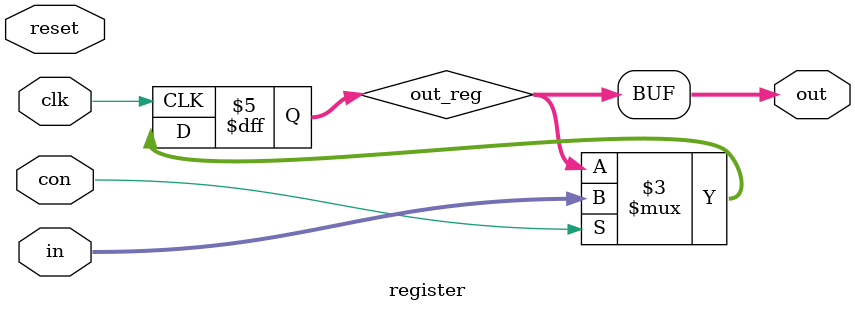
<source format=v>
`timescale 1ns / 1ps


module register#(parameter WIDTH =32)(in,out,con,clk,reset);
input[WIDTH-1:0] in;
input con,clk,reset;
output[WIDTH-1:0] out;
reg [WIDTH-1:0] out_reg;
always @(posedge clk)
    begin
        if(reset)
            out_reg<=0;
        if(con)
            out_reg<=in;
        else
            out_reg<=out_reg;
    end
assign out=out_reg;
endmodule
</source>
